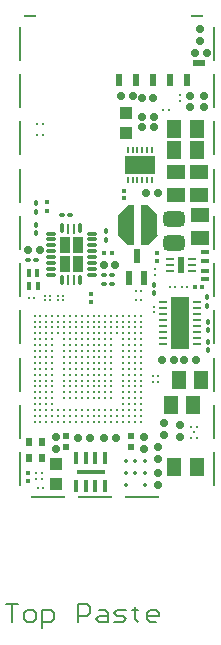
<source format=gtp>
%FSLAX25Y25*%
%MOIN*%
G70*
G01*
G75*
G04 Layer_Color=8421504*
%ADD10R,0.05906X0.05118*%
G04:AMPARAMS|DCode=11|XSize=25.59mil|YSize=23.62mil|CornerRadius=5.91mil|HoleSize=0mil|Usage=FLASHONLY|Rotation=180.000|XOffset=0mil|YOffset=0mil|HoleType=Round|Shape=RoundedRectangle|*
%AMROUNDEDRECTD11*
21,1,0.02559,0.01181,0,0,180.0*
21,1,0.01378,0.02362,0,0,180.0*
1,1,0.01181,-0.00689,0.00591*
1,1,0.01181,0.00689,0.00591*
1,1,0.01181,0.00689,-0.00591*
1,1,0.01181,-0.00689,-0.00591*
%
%ADD11ROUNDEDRECTD11*%
G04:AMPARAMS|DCode=12|XSize=25.59mil|YSize=23.62mil|CornerRadius=5.91mil|HoleSize=0mil|Usage=FLASHONLY|Rotation=270.000|XOffset=0mil|YOffset=0mil|HoleType=Round|Shape=RoundedRectangle|*
%AMROUNDEDRECTD12*
21,1,0.02559,0.01181,0,0,270.0*
21,1,0.01378,0.02362,0,0,270.0*
1,1,0.01181,-0.00591,-0.00689*
1,1,0.01181,-0.00591,0.00689*
1,1,0.01181,0.00591,0.00689*
1,1,0.01181,0.00591,-0.00689*
%
%ADD12ROUNDEDRECTD12*%
%ADD13R,0.00866X0.01024*%
%ADD14R,0.01024X0.00866*%
%ADD15R,0.05118X0.05906*%
G04:AMPARAMS|DCode=16|XSize=15.75mil|YSize=17.72mil|CornerRadius=3.94mil|HoleSize=0mil|Usage=FLASHONLY|Rotation=180.000|XOffset=0mil|YOffset=0mil|HoleType=Round|Shape=RoundedRectangle|*
%AMROUNDEDRECTD16*
21,1,0.01575,0.00984,0,0,180.0*
21,1,0.00787,0.01772,0,0,180.0*
1,1,0.00787,-0.00394,0.00492*
1,1,0.00787,0.00394,0.00492*
1,1,0.00787,0.00394,-0.00492*
1,1,0.00787,-0.00394,-0.00492*
%
%ADD16ROUNDEDRECTD16*%
%ADD17C,0.00984*%
%ADD18R,0.02756X0.01575*%
%ADD19R,0.02362X0.01969*%
%ADD20R,0.01654X0.01811*%
%ADD21R,0.03937X0.04331*%
%ADD22R,0.01575X0.02756*%
G04:AMPARAMS|DCode=23|XSize=15.75mil|YSize=17.72mil|CornerRadius=3.94mil|HoleSize=0mil|Usage=FLASHONLY|Rotation=270.000|XOffset=0mil|YOffset=0mil|HoleType=Round|Shape=RoundedRectangle|*
%AMROUNDEDRECTD23*
21,1,0.01575,0.00984,0,0,270.0*
21,1,0.00787,0.01772,0,0,270.0*
1,1,0.00787,-0.00492,-0.00394*
1,1,0.00787,-0.00492,0.00394*
1,1,0.00787,0.00492,0.00394*
1,1,0.00787,0.00492,-0.00394*
%
%ADD23ROUNDEDRECTD23*%
%ADD24R,0.01811X0.01654*%
%ADD25O,0.03347X0.01102*%
%ADD26O,0.01102X0.03347*%
%ADD27R,0.01181X0.01181*%
%ADD28R,0.06496X0.17323*%
%ADD29R,0.02559X0.00984*%
%ADD30R,0.01772X0.01772*%
%ADD31C,0.01082*%
%ADD32R,0.02658X0.00984*%
%ADD33R,0.02402X0.05591*%
%ADD34R,0.09843X0.06299*%
%ADD35R,0.00984X0.01969*%
G04:AMPARAMS|DCode=36|XSize=70.87mil|YSize=51.18mil|CornerRadius=12.8mil|HoleSize=0mil|Usage=FLASHONLY|Rotation=0.000|XOffset=0mil|YOffset=0mil|HoleType=Round|Shape=RoundedRectangle|*
%AMROUNDEDRECTD36*
21,1,0.07087,0.02559,0,0,0.0*
21,1,0.04528,0.05118,0,0,0.0*
1,1,0.02559,0.02264,-0.01280*
1,1,0.02559,-0.02264,-0.01280*
1,1,0.02559,-0.02264,0.01280*
1,1,0.02559,0.02264,0.01280*
%
%ADD36ROUNDEDRECTD36*%
%ADD37C,0.01181*%
%ADD38R,0.01181X0.03937*%
%ADD39R,0.09449X0.01181*%
%ADD40R,0.05512X0.06693*%
%ADD41R,0.01000X0.11811*%
%ADD42R,0.03937X0.01000*%
%ADD43R,0.11811X0.01000*%
%ADD44R,0.01969X0.03937*%
%ADD45R,0.03937X0.01969*%
%ADD46R,0.02362X0.02756*%
%ADD47R,0.01969X0.04724*%
%ADD48C,0.00800*%
%ADD49C,0.00500*%
%ADD50C,0.01000*%
%ADD51C,0.00400*%
%ADD52C,0.01200*%
%ADD53C,0.01500*%
%ADD54C,0.00900*%
%ADD55C,0.00600*%
%ADD56C,0.02000*%
%ADD57C,0.00700*%
%ADD58O,0.08000X0.07500*%
%ADD59C,0.07480*%
%ADD60C,0.08000*%
%ADD61C,0.01200*%
%ADD62C,0.01969*%
%ADD63C,0.08200*%
%ADD64C,0.02200*%
%ADD65C,0.02600*%
%ADD66C,0.01024*%
%ADD67C,0.00807*%
%ADD68R,0.12000X0.06000*%
%ADD69R,0.03937X0.01575*%
%ADD70R,0.00886X0.00709*%
G04:AMPARAMS|DCode=71|XSize=8.86mil|YSize=7.09mil|CornerRadius=0mil|HoleSize=0mil|Usage=FLASHONLY|Rotation=135.000|XOffset=0mil|YOffset=0mil|HoleType=Round|Shape=Rectangle|*
%AMROTATEDRECTD71*
4,1,4,0.00564,-0.00063,0.00063,-0.00564,-0.00564,0.00063,-0.00063,0.00564,0.00564,-0.00063,0.0*
%
%ADD71ROTATEDRECTD71*%

%ADD72R,0.00709X0.00886*%
%ADD73R,0.03228X0.05197*%
%ADD74R,0.03228X0.05197*%
%ADD75R,0.00906X0.03543*%
%ADD76C,0.01339*%
G36*
X43146Y84307D02*
X40981D01*
Y87653D01*
X46493D01*
X43146Y84307D01*
D02*
G37*
G36*
X38619D02*
X36454D01*
X33107Y87653D01*
X38619D01*
Y84307D01*
D02*
G37*
G36*
X46493Y94346D02*
X40981D01*
Y97693D01*
X43146D01*
X46493Y94346D01*
D02*
G37*
G36*
X38619D02*
X33107D01*
X36454Y97693D01*
X38619D01*
Y94346D01*
D02*
G37*
D10*
X60600Y94440D02*
D03*
Y86960D02*
D03*
X52600Y108640D02*
D03*
Y101160D02*
D03*
X60300D02*
D03*
Y108640D02*
D03*
D11*
X60500Y152532D02*
D03*
Y156468D02*
D03*
X57300Y130332D02*
D03*
Y134268D02*
D03*
X62000Y134268D02*
D03*
Y130332D02*
D03*
X48500Y25168D02*
D03*
Y21231D02*
D03*
X46500Y4532D02*
D03*
Y8468D02*
D03*
Y16969D02*
D03*
Y13032D02*
D03*
X12500Y16532D02*
D03*
Y20469D02*
D03*
X42000D02*
D03*
Y16532D02*
D03*
X54000Y24468D02*
D03*
Y20531D02*
D03*
D12*
X62868Y148600D02*
D03*
X58931D02*
D03*
X32469Y20000D02*
D03*
X28532D02*
D03*
X20031D02*
D03*
X23968D02*
D03*
X55231Y46300D02*
D03*
X59168D02*
D03*
X46668Y101700D02*
D03*
X42731D02*
D03*
X34231Y134300D02*
D03*
X38168D02*
D03*
X41131Y133400D02*
D03*
X45068D02*
D03*
X45169Y123800D02*
D03*
X41232D02*
D03*
X32368Y77700D02*
D03*
X28431D02*
D03*
X3272Y82640D02*
D03*
X7209D02*
D03*
X48031Y46300D02*
D03*
X51968D02*
D03*
X45268Y127300D02*
D03*
X41331D02*
D03*
D13*
X53900Y134406D02*
D03*
Y132595D02*
D03*
X45700Y76406D02*
D03*
Y74594D02*
D03*
X45100Y62094D02*
D03*
Y63906D02*
D03*
D14*
X50106Y129500D02*
D03*
X48294D02*
D03*
X52306Y70500D02*
D03*
X50494D02*
D03*
X56305Y70400D02*
D03*
X54495D02*
D03*
X8100Y121100D02*
D03*
X6289D02*
D03*
X3494Y66800D02*
D03*
X5305D02*
D03*
X6389Y124900D02*
D03*
X8200D02*
D03*
X44894Y38700D02*
D03*
X46705D02*
D03*
Y40800D02*
D03*
X44894D02*
D03*
X8405Y3500D02*
D03*
X6594D02*
D03*
X41006Y66200D02*
D03*
X39195D02*
D03*
X41006Y69200D02*
D03*
X39195D02*
D03*
D15*
X50760Y31000D02*
D03*
X58240D02*
D03*
X51960Y116200D02*
D03*
X59440D02*
D03*
Y123300D02*
D03*
X51960D02*
D03*
X51960Y10500D02*
D03*
X59440D02*
D03*
X60940Y39400D02*
D03*
X53460D02*
D03*
D16*
X5807Y88484D02*
D03*
Y91240D02*
D03*
X63100Y56122D02*
D03*
Y58878D02*
D03*
Y52078D02*
D03*
Y49322D02*
D03*
X45200Y71078D02*
D03*
Y68322D02*
D03*
X29100Y88978D02*
D03*
Y86222D02*
D03*
X5807Y98327D02*
D03*
Y95571D02*
D03*
X63000Y66978D02*
D03*
Y64222D02*
D03*
D17*
X10587Y67587D02*
D03*
Y66013D02*
D03*
X9013Y67587D02*
D03*
Y66013D02*
D03*
X13313D02*
D03*
Y67587D02*
D03*
X14887Y66013D02*
D03*
Y67587D02*
D03*
X40843Y25500D02*
D03*
X38874D02*
D03*
X36906D02*
D03*
X34937D02*
D03*
X32969D02*
D03*
X31000D02*
D03*
X29032D02*
D03*
X27063D02*
D03*
X25095D02*
D03*
X23126D02*
D03*
X21158D02*
D03*
X19189D02*
D03*
X17221D02*
D03*
X15252D02*
D03*
X13284D02*
D03*
X11315D02*
D03*
X9347D02*
D03*
X7378D02*
D03*
X5409D02*
D03*
X40843Y27468D02*
D03*
X38874D02*
D03*
X36906D02*
D03*
X34937D02*
D03*
X32969D02*
D03*
X31000D02*
D03*
X29032D02*
D03*
X27063D02*
D03*
X25095D02*
D03*
X23126D02*
D03*
X21158D02*
D03*
X19189D02*
D03*
X17221D02*
D03*
X15252D02*
D03*
X13284D02*
D03*
X11315D02*
D03*
X9347D02*
D03*
X7378D02*
D03*
X5409D02*
D03*
X40843Y29437D02*
D03*
X38874D02*
D03*
X36906D02*
D03*
X34937D02*
D03*
X32969D02*
D03*
X31000D02*
D03*
X29032D02*
D03*
X27063D02*
D03*
X25095D02*
D03*
X23126D02*
D03*
X21158D02*
D03*
X19189D02*
D03*
X17221D02*
D03*
X15252D02*
D03*
X13284D02*
D03*
X11315D02*
D03*
X9347D02*
D03*
X7378D02*
D03*
X5409D02*
D03*
X40843Y31405D02*
D03*
X38874D02*
D03*
X36906D02*
D03*
X34937D02*
D03*
X11315D02*
D03*
X9347D02*
D03*
X7378D02*
D03*
X5409D02*
D03*
X40843Y33374D02*
D03*
X38874D02*
D03*
X36906D02*
D03*
X34937D02*
D03*
X31000D02*
D03*
X29032D02*
D03*
X27063D02*
D03*
X25095D02*
D03*
X23126D02*
D03*
X21158D02*
D03*
X19189D02*
D03*
X17221D02*
D03*
X15252D02*
D03*
X11315D02*
D03*
X9347D02*
D03*
X7378D02*
D03*
X5409D02*
D03*
X40843Y35342D02*
D03*
X38874D02*
D03*
X36906D02*
D03*
X34937D02*
D03*
X31000D02*
D03*
X29032D02*
D03*
X27063D02*
D03*
X25095D02*
D03*
X23126D02*
D03*
X21158D02*
D03*
X19189D02*
D03*
X17221D02*
D03*
X15252D02*
D03*
X11315D02*
D03*
X9347D02*
D03*
X7378D02*
D03*
X5409D02*
D03*
X40843Y37311D02*
D03*
X38874D02*
D03*
X36906D02*
D03*
X34937D02*
D03*
X31000D02*
D03*
X29032D02*
D03*
X27063D02*
D03*
X25095D02*
D03*
X23126D02*
D03*
X21158D02*
D03*
X19189D02*
D03*
X17221D02*
D03*
X15252D02*
D03*
X11315D02*
D03*
X9347D02*
D03*
X7378D02*
D03*
X5409D02*
D03*
X40843Y39279D02*
D03*
X38874D02*
D03*
X36906D02*
D03*
X34937D02*
D03*
X31000D02*
D03*
X29032D02*
D03*
X27063D02*
D03*
X25095D02*
D03*
X23126D02*
D03*
X21158D02*
D03*
X19189D02*
D03*
X17221D02*
D03*
X15252D02*
D03*
X11315D02*
D03*
X9347D02*
D03*
X7378D02*
D03*
X5409D02*
D03*
X40843Y41248D02*
D03*
X38874D02*
D03*
X36906D02*
D03*
X34937D02*
D03*
X31000D02*
D03*
X29032D02*
D03*
X27063D02*
D03*
X25095D02*
D03*
X23126D02*
D03*
X21158D02*
D03*
X19189D02*
D03*
X17221D02*
D03*
X15252D02*
D03*
X11315D02*
D03*
X9347D02*
D03*
X7378D02*
D03*
X5409D02*
D03*
X40843Y43216D02*
D03*
X38874D02*
D03*
X36906D02*
D03*
X34937D02*
D03*
X31000D02*
D03*
X29032D02*
D03*
X27063D02*
D03*
X25095D02*
D03*
X23126D02*
D03*
X21158D02*
D03*
X19189D02*
D03*
X17221D02*
D03*
X15252D02*
D03*
X11315D02*
D03*
X9347D02*
D03*
X7378D02*
D03*
X5409D02*
D03*
X40843Y45185D02*
D03*
X38874D02*
D03*
X36906D02*
D03*
X34937D02*
D03*
X31000D02*
D03*
X29032D02*
D03*
X27063D02*
D03*
X25095D02*
D03*
X23126D02*
D03*
X21158D02*
D03*
X19189D02*
D03*
X17221D02*
D03*
X15252D02*
D03*
X11315D02*
D03*
X9347D02*
D03*
X7378D02*
D03*
X5409D02*
D03*
X40843Y47153D02*
D03*
X38874D02*
D03*
X36906D02*
D03*
X34937D02*
D03*
X31000D02*
D03*
X29032D02*
D03*
X27063D02*
D03*
X25095D02*
D03*
X23126D02*
D03*
X21158D02*
D03*
X19189D02*
D03*
X17221D02*
D03*
X15252D02*
D03*
X11315D02*
D03*
X9347D02*
D03*
X7378D02*
D03*
X5409D02*
D03*
X40843Y49122D02*
D03*
X38874D02*
D03*
X36906D02*
D03*
X34937D02*
D03*
X31000D02*
D03*
X29032D02*
D03*
X27063D02*
D03*
X25095D02*
D03*
X23126D02*
D03*
X21158D02*
D03*
X19189D02*
D03*
X17221D02*
D03*
X15252D02*
D03*
X11315D02*
D03*
X9347D02*
D03*
X7378D02*
D03*
X5409D02*
D03*
X40843Y51091D02*
D03*
X38874D02*
D03*
X36906D02*
D03*
X34937D02*
D03*
X31000D02*
D03*
X29032D02*
D03*
X27063D02*
D03*
X25095D02*
D03*
X23126D02*
D03*
X21158D02*
D03*
X19189D02*
D03*
X17221D02*
D03*
X15252D02*
D03*
X11315D02*
D03*
X9347D02*
D03*
X7378D02*
D03*
X5409D02*
D03*
X40843Y53059D02*
D03*
X38874D02*
D03*
X36906D02*
D03*
X34937D02*
D03*
X31000D02*
D03*
X29032D02*
D03*
X27063D02*
D03*
X25095D02*
D03*
X23126D02*
D03*
X21158D02*
D03*
X19189D02*
D03*
X17221D02*
D03*
X15252D02*
D03*
X11315D02*
D03*
X9347D02*
D03*
X7378D02*
D03*
X5409D02*
D03*
X40843Y55028D02*
D03*
X38874D02*
D03*
X36906D02*
D03*
X34937D02*
D03*
X32969D02*
D03*
X31000D02*
D03*
X29032D02*
D03*
X27063D02*
D03*
X25095D02*
D03*
X23126D02*
D03*
X21158D02*
D03*
X19189D02*
D03*
X17221D02*
D03*
X15252D02*
D03*
X13284D02*
D03*
X11315D02*
D03*
X9347D02*
D03*
X7378D02*
D03*
X5409D02*
D03*
X40843Y56996D02*
D03*
X38874D02*
D03*
X36906D02*
D03*
X34937D02*
D03*
X32969D02*
D03*
X31000D02*
D03*
X29032D02*
D03*
X27063D02*
D03*
X25095D02*
D03*
X23126D02*
D03*
X21158D02*
D03*
X19189D02*
D03*
X17221D02*
D03*
X15252D02*
D03*
X13284D02*
D03*
X11315D02*
D03*
X9347D02*
D03*
X7378D02*
D03*
X5409D02*
D03*
X40843Y58965D02*
D03*
X38874D02*
D03*
X36906D02*
D03*
X34937D02*
D03*
X32969D02*
D03*
X31000D02*
D03*
X29032D02*
D03*
X27063D02*
D03*
X25095D02*
D03*
X23126D02*
D03*
X21158D02*
D03*
X19189D02*
D03*
X17221D02*
D03*
X15252D02*
D03*
X13284D02*
D03*
X11315D02*
D03*
X9347D02*
D03*
X7378D02*
D03*
X5409D02*
D03*
X40843Y60933D02*
D03*
X38874D02*
D03*
X36906D02*
D03*
X34937D02*
D03*
X32969D02*
D03*
X31000D02*
D03*
X29032D02*
D03*
X27063D02*
D03*
X25095D02*
D03*
X23126D02*
D03*
X21158D02*
D03*
X19189D02*
D03*
X17221D02*
D03*
X15252D02*
D03*
X13284D02*
D03*
X11315D02*
D03*
X9347D02*
D03*
X7378D02*
D03*
X5409D02*
D03*
X6016Y6416D02*
D03*
Y8384D02*
D03*
X7984Y6416D02*
D03*
Y8384D02*
D03*
D18*
X62300Y79222D02*
D03*
Y81978D02*
D03*
X62400Y73122D02*
D03*
Y75878D02*
D03*
D19*
X37500Y20968D02*
D03*
Y17031D02*
D03*
X16000D02*
D03*
Y20968D02*
D03*
D20*
X3300Y5801D02*
D03*
Y8399D02*
D03*
X24100Y65501D02*
D03*
Y68099D02*
D03*
X35100Y102599D02*
D03*
Y100001D02*
D03*
X46200Y79201D02*
D03*
Y81799D02*
D03*
D21*
X12500Y11347D02*
D03*
Y4654D02*
D03*
X35800Y121754D02*
D03*
Y128446D02*
D03*
D22*
X6398Y75161D02*
D03*
X3642D02*
D03*
X3722Y70800D02*
D03*
X6478D02*
D03*
D23*
X17378Y94500D02*
D03*
X14622D02*
D03*
X28622Y71400D02*
D03*
X31378D02*
D03*
Y74500D02*
D03*
X28622D02*
D03*
X3122Y79500D02*
D03*
X5878D02*
D03*
D24*
X58801Y70400D02*
D03*
X61399D02*
D03*
X31299Y81800D02*
D03*
X28701D02*
D03*
D25*
X24409Y74508D02*
D03*
Y76477D02*
D03*
Y78445D02*
D03*
Y80414D02*
D03*
Y82382D02*
D03*
Y84351D02*
D03*
Y86319D02*
D03*
Y88288D02*
D03*
X10826D02*
D03*
Y86319D02*
D03*
Y84351D02*
D03*
Y82382D02*
D03*
Y80414D02*
D03*
Y78445D02*
D03*
Y76477D02*
D03*
Y74508D02*
D03*
D26*
X20571Y90158D02*
D03*
X14665D02*
D03*
Y72638D02*
D03*
X20571D02*
D03*
D28*
X53900Y58500D02*
D03*
D29*
X48290Y51610D02*
D03*
Y53579D02*
D03*
Y55547D02*
D03*
Y57516D02*
D03*
Y59484D02*
D03*
Y61453D02*
D03*
Y63421D02*
D03*
Y65390D02*
D03*
X59510D02*
D03*
Y63421D02*
D03*
Y61453D02*
D03*
Y59484D02*
D03*
Y57516D02*
D03*
Y55547D02*
D03*
Y53579D02*
D03*
Y51610D02*
D03*
D30*
X9646Y98721D02*
D03*
Y95965D02*
D03*
D31*
X58500Y22000D02*
D03*
X59484Y20295D02*
D03*
X57516D02*
D03*
X59484Y23705D02*
D03*
X57516D02*
D03*
D32*
X50717Y75731D02*
D03*
Y77700D02*
D03*
Y79668D02*
D03*
X57883D02*
D03*
Y77700D02*
D03*
Y75731D02*
D03*
D33*
X54300Y77700D02*
D03*
D34*
X40500Y111000D02*
D03*
D35*
X36563Y116020D02*
D03*
X38138D02*
D03*
X39713D02*
D03*
X41287D02*
D03*
X42862D02*
D03*
X44437D02*
D03*
Y105980D02*
D03*
X42862D02*
D03*
X41287D02*
D03*
X39713D02*
D03*
X38138D02*
D03*
X36563D02*
D03*
D36*
X52000Y85263D02*
D03*
Y93137D02*
D03*
D38*
X28839Y13484D02*
D03*
X25689D02*
D03*
X22539D02*
D03*
X19390D02*
D03*
Y4035D02*
D03*
X22539D02*
D03*
X25689D02*
D03*
X28839D02*
D03*
D39*
X24114Y8760D02*
D03*
D40*
X35863Y91000D02*
D03*
X43737D02*
D03*
D41*
X591Y9744D02*
D03*
Y25492D02*
D03*
Y41240D02*
D03*
Y56988D02*
D03*
Y72736D02*
D03*
Y88484D02*
D03*
Y104232D02*
D03*
Y119980D02*
D03*
Y135728D02*
D03*
Y151476D02*
D03*
X65354D02*
D03*
Y135728D02*
D03*
Y119980D02*
D03*
Y104232D02*
D03*
Y88484D02*
D03*
Y72736D02*
D03*
Y56988D02*
D03*
Y41240D02*
D03*
Y25492D02*
D03*
Y9744D02*
D03*
D42*
X3937Y160728D02*
D03*
X59547D02*
D03*
D43*
X41339Y492D02*
D03*
X25591D02*
D03*
X9843D02*
D03*
D44*
X33500Y139500D02*
D03*
X39169D02*
D03*
X44839D02*
D03*
X50508D02*
D03*
X56177D02*
D03*
D45*
X60400Y145100D02*
D03*
D46*
X3635Y13444D02*
D03*
Y18956D02*
D03*
X7965D02*
D03*
Y13444D02*
D03*
D47*
X39500Y80840D02*
D03*
X42059Y73360D02*
D03*
X36941D02*
D03*
D48*
X-3937Y-35340D02*
X62D01*
X-1938D01*
Y-41339D01*
X3061D02*
X5060D01*
X6060Y-40339D01*
Y-38340D01*
X5060Y-37340D01*
X3061D01*
X2061Y-38340D01*
Y-40339D01*
X3061Y-41339D01*
X8059Y-43338D02*
Y-37340D01*
X11058D01*
X12058Y-38340D01*
Y-40339D01*
X11058Y-41339D01*
X8059D01*
X20055D02*
Y-35340D01*
X23054D01*
X24054Y-36340D01*
Y-38340D01*
X23054Y-39339D01*
X20055D01*
X27053Y-37340D02*
X29052D01*
X30052Y-38340D01*
Y-41339D01*
X27053D01*
X26053Y-40339D01*
X27053Y-39339D01*
X30052D01*
X32051Y-41339D02*
X35050D01*
X36050Y-40339D01*
X35050Y-39339D01*
X33051D01*
X32051Y-38340D01*
X33051Y-37340D01*
X36050D01*
X39049Y-36340D02*
Y-37340D01*
X38049D01*
X40049D01*
X39049D01*
Y-40339D01*
X40049Y-41339D01*
X46047D02*
X44047D01*
X43048Y-40339D01*
Y-38340D01*
X44047Y-37340D01*
X46047D01*
X47047Y-38340D01*
Y-39339D01*
X43048D01*
D73*
X15413Y78209D02*
D03*
X19823D02*
D03*
D74*
X15413Y84587D02*
D03*
X19823D02*
D03*
D75*
X16535Y89961D02*
D03*
Y72835D02*
D03*
X18700Y89961D02*
D03*
Y72835D02*
D03*
D76*
X39000Y12437D02*
D03*
X42150Y8500D02*
D03*
X35850D02*
D03*
X42150Y12437D02*
D03*
Y4563D02*
D03*
X35850Y12437D02*
D03*
Y4563D02*
D03*
X39000Y8500D02*
D03*
M02*

</source>
